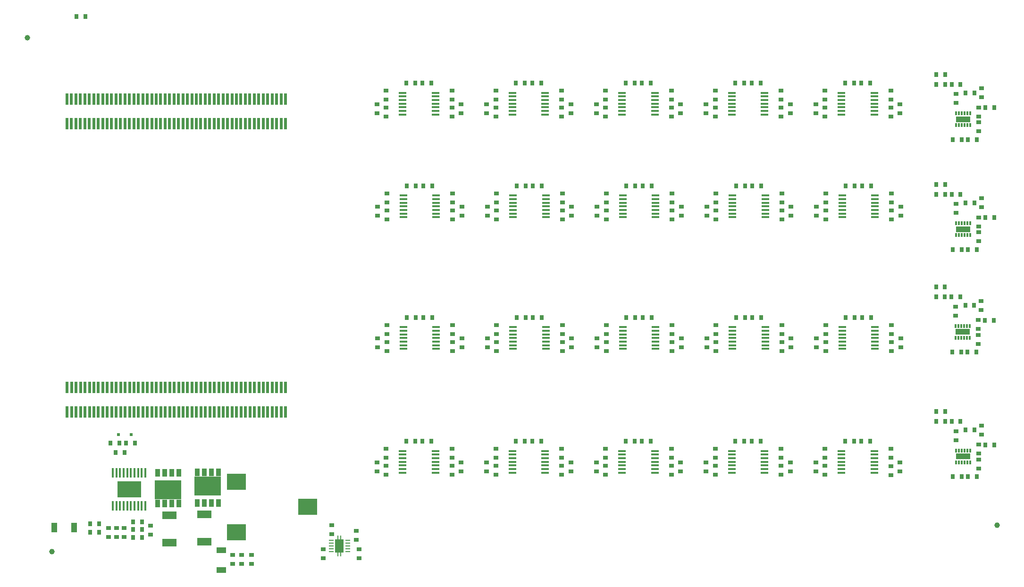
<source format=gtp>
G04*
G04 #@! TF.GenerationSoftware,Altium Limited,Altium Designer,23.3.1 (30)*
G04*
G04 Layer_Color=8421504*
%FSLAX44Y44*%
%MOMM*%
G71*
G04*
G04 #@! TF.SameCoordinates,BD36C32B-B9C7-4E4D-8C4A-4C0C75BD15CB*
G04*
G04*
G04 #@! TF.FilePolarity,Positive*
G04*
G01*
G75*
%ADD17R,0.5001X2.0000*%
%ADD18C,1.0000*%
%ADD19R,0.7874X0.9652*%
%ADD20R,1.1000X1.7000*%
%ADD21R,1.7000X1.1000*%
%ADD22R,3.5000X3.0000*%
%ADD23R,0.8500X0.2800*%
%ADD24R,1.6500X2.4000*%
%ADD25R,0.2200X0.7000*%
%ADD26R,0.9652X0.7874*%
%ADD27R,0.3000X0.6500*%
%ADD28R,2.6600X1.1000*%
%ADD29R,1.4750X0.4500*%
%ADD30R,0.5000X0.6000*%
%ADD31R,0.4200X1.7800*%
%ADD32R,4.2000X3.0000*%
%ADD33R,2.5000X1.4000*%
%ADD34R,4.7000X3.3500*%
%ADD35R,0.8500X1.4500*%
D17*
X460073Y1058619D02*
D03*
Y1102617D02*
D03*
X452072Y1058619D02*
D03*
Y1102617D02*
D03*
X444071Y1058619D02*
D03*
Y1102617D02*
D03*
X436072Y1058619D02*
D03*
X428071D02*
D03*
X420073D02*
D03*
X412072D02*
D03*
X404071D02*
D03*
X396072D02*
D03*
X388071D02*
D03*
X380073D02*
D03*
X436072Y1102617D02*
D03*
X428071D02*
D03*
X420073D02*
D03*
X412072D02*
D03*
X404071D02*
D03*
X396072D02*
D03*
X388071D02*
D03*
X380073D02*
D03*
X772071Y1058619D02*
D03*
X764073D02*
D03*
X756072D02*
D03*
X748073D02*
D03*
X740072D02*
D03*
X732071D02*
D03*
X724073D02*
D03*
X716072D02*
D03*
X708073D02*
D03*
X700072D02*
D03*
X692071D02*
D03*
X684073D02*
D03*
X676072D02*
D03*
X668071D02*
D03*
X660072D02*
D03*
X652071D02*
D03*
X644073D02*
D03*
X636072D02*
D03*
X628071D02*
D03*
X620072D02*
D03*
X612071D02*
D03*
X604073D02*
D03*
X596072D02*
D03*
X588071D02*
D03*
X580073D02*
D03*
X572071D02*
D03*
X564073D02*
D03*
X556072D02*
D03*
X548071D02*
D03*
X540073D02*
D03*
X532072D02*
D03*
X772071Y1102617D02*
D03*
X764073D02*
D03*
X756072D02*
D03*
X748073D02*
D03*
X740072D02*
D03*
X732071D02*
D03*
X724073D02*
D03*
X716072D02*
D03*
X708073D02*
D03*
X700072D02*
D03*
X692071D02*
D03*
X684073D02*
D03*
X676072D02*
D03*
X668071D02*
D03*
X660072D02*
D03*
X652071D02*
D03*
X644073D02*
D03*
X636072D02*
D03*
X628071D02*
D03*
X620072D02*
D03*
X612071D02*
D03*
X604073D02*
D03*
X596072D02*
D03*
X588071D02*
D03*
X580073D02*
D03*
X572071D02*
D03*
X564073D02*
D03*
X556072D02*
D03*
X548071D02*
D03*
X540073D02*
D03*
X532072D02*
D03*
X524073Y1058619D02*
D03*
Y1102617D02*
D03*
X516072Y1058619D02*
D03*
Y1102617D02*
D03*
X508071Y1058619D02*
D03*
Y1102617D02*
D03*
X500073Y1058619D02*
D03*
Y1102617D02*
D03*
X492072Y1058619D02*
D03*
Y1102617D02*
D03*
X484073Y1058619D02*
D03*
Y1102617D02*
D03*
X476072Y1058619D02*
D03*
Y1102617D02*
D03*
X468071Y1058619D02*
D03*
Y1102617D02*
D03*
X652325Y541729D02*
D03*
X644327D02*
D03*
X636326D02*
D03*
X628325D02*
D03*
X620326D02*
D03*
X612325D02*
D03*
X604327D02*
D03*
X596326D02*
D03*
X588325D02*
D03*
X580326D02*
D03*
X572326D02*
D03*
X564327D02*
D03*
X556326D02*
D03*
X548325D02*
D03*
X540327D02*
D03*
X532326D02*
D03*
X772325D02*
D03*
X764327D02*
D03*
X756326D02*
D03*
X748327D02*
D03*
X740326D02*
D03*
X732325D02*
D03*
X724327D02*
D03*
X716326D02*
D03*
X708327D02*
D03*
X700326D02*
D03*
X692325D02*
D03*
X684327D02*
D03*
X676326D02*
D03*
X668325D02*
D03*
X660326D02*
D03*
X772325Y585727D02*
D03*
X764327D02*
D03*
X756326D02*
D03*
X748327D02*
D03*
X740326D02*
D03*
X732325D02*
D03*
X724327D02*
D03*
X716326D02*
D03*
X708327D02*
D03*
X700326D02*
D03*
X692325D02*
D03*
X684327D02*
D03*
X676326D02*
D03*
X668325D02*
D03*
X660326D02*
D03*
X652325D02*
D03*
X644327D02*
D03*
X636326D02*
D03*
X628325D02*
D03*
X620326D02*
D03*
X612325D02*
D03*
X604327D02*
D03*
X596326D02*
D03*
X588325D02*
D03*
X580326D02*
D03*
X572326D02*
D03*
X564327D02*
D03*
X556326D02*
D03*
X548325D02*
D03*
X540327D02*
D03*
X532326D02*
D03*
X524327Y541729D02*
D03*
X516326D02*
D03*
X508325D02*
D03*
X500327D02*
D03*
X492326D02*
D03*
Y585727D02*
D03*
X484327Y541729D02*
D03*
Y585727D02*
D03*
X476326Y541729D02*
D03*
Y585727D02*
D03*
X468325Y541729D02*
D03*
Y585727D02*
D03*
X460327Y541729D02*
D03*
Y585727D02*
D03*
X452326Y541729D02*
D03*
Y585727D02*
D03*
X444325Y541729D02*
D03*
Y585727D02*
D03*
X436326Y541729D02*
D03*
Y585727D02*
D03*
X428325Y541729D02*
D03*
Y585727D02*
D03*
X420327Y541729D02*
D03*
Y585727D02*
D03*
X412326Y541729D02*
D03*
X404325D02*
D03*
X396326D02*
D03*
Y585727D02*
D03*
X388325Y541729D02*
D03*
X380327D02*
D03*
X524327Y585727D02*
D03*
X516326D02*
D03*
X508325D02*
D03*
X500327D02*
D03*
X412326D02*
D03*
X404325D02*
D03*
X388325D02*
D03*
X380327D02*
D03*
D18*
X308610Y1212850D02*
D03*
X353060Y290830D02*
D03*
X2048510Y337820D02*
D03*
D19*
X1412748Y947039D02*
D03*
X1428750D02*
D03*
X1955800Y524129D02*
D03*
X1939798D02*
D03*
X1992249Y916559D02*
D03*
X2008251D02*
D03*
X1996059Y832739D02*
D03*
X2012061D02*
D03*
X1985010D02*
D03*
X1969008D02*
D03*
X2027428Y889889D02*
D03*
X2043430D02*
D03*
X1939798Y931799D02*
D03*
X1955800D02*
D03*
Y949579D02*
D03*
X1939798D02*
D03*
X1983232Y931799D02*
D03*
X1967230D02*
D03*
X2027428Y482219D02*
D03*
X2043430D02*
D03*
X1939798Y541909D02*
D03*
X1955800D02*
D03*
X1996059Y425069D02*
D03*
X2012061D02*
D03*
X1992249Y508889D02*
D03*
X2008251D02*
D03*
X1969008Y425069D02*
D03*
X1985010D02*
D03*
X1983232Y524129D02*
D03*
X1967230D02*
D03*
X397129Y1250950D02*
D03*
X413131D02*
D03*
X1982724Y747649D02*
D03*
X1966722D02*
D03*
X1984502Y648589D02*
D03*
X1968500D02*
D03*
X1399540Y947039D02*
D03*
X1383538D02*
D03*
X1033780Y488569D02*
D03*
X1017778D02*
D03*
X1004570D02*
D03*
X988568D02*
D03*
X1822450Y710819D02*
D03*
X1806448D02*
D03*
X1793240D02*
D03*
X1777238D02*
D03*
X1231900Y947039D02*
D03*
X1215898D02*
D03*
X1202690D02*
D03*
X1186688D02*
D03*
X989838D02*
D03*
X1005840D02*
D03*
X1609598Y710819D02*
D03*
X1625600D02*
D03*
X1580388D02*
D03*
X1596390D02*
D03*
X1214628Y488569D02*
D03*
X1230630D02*
D03*
X1411478D02*
D03*
X1427480D02*
D03*
X1382268D02*
D03*
X1398270D02*
D03*
X1939290Y765429D02*
D03*
X1955292D02*
D03*
Y747649D02*
D03*
X1939290D02*
D03*
X2042922Y705739D02*
D03*
X2026920D02*
D03*
X2011553Y648589D02*
D03*
X1995551D02*
D03*
X2007743Y732409D02*
D03*
X1991741D02*
D03*
X1019048Y710819D02*
D03*
X1035050D02*
D03*
X989838D02*
D03*
X1005840D02*
D03*
X1412748D02*
D03*
X1428750D02*
D03*
X1383538D02*
D03*
X1399540D02*
D03*
X1608328Y488569D02*
D03*
X1624330D02*
D03*
X1579118D02*
D03*
X1595120D02*
D03*
X1186688Y710819D02*
D03*
X1202690D02*
D03*
X1215898D02*
D03*
X1231900D02*
D03*
X1185418Y488569D02*
D03*
X1201420D02*
D03*
X1805178D02*
D03*
X1821180D02*
D03*
X1775968D02*
D03*
X1791970D02*
D03*
X1806448Y947039D02*
D03*
X1822450D02*
D03*
X1777238D02*
D03*
X1793240D02*
D03*
X1609598D02*
D03*
X1625600D02*
D03*
X1580388D02*
D03*
X1596390D02*
D03*
X1019048D02*
D03*
X1035050D02*
D03*
X1805178Y1131189D02*
D03*
X1821180D02*
D03*
X1775968D02*
D03*
X1791970D02*
D03*
X1608328D02*
D03*
X1624330D02*
D03*
X1579118D02*
D03*
X1595120D02*
D03*
X1411478D02*
D03*
X1427480D02*
D03*
X1382268D02*
D03*
X1398270D02*
D03*
X1214628D02*
D03*
X1230630D02*
D03*
X1185418D02*
D03*
X1201420D02*
D03*
X1017778D02*
D03*
X1033780D02*
D03*
X988568D02*
D03*
X1004570D02*
D03*
X2043430Y1087120D02*
D03*
X2027428D02*
D03*
X1955800Y1129030D02*
D03*
X1939798D02*
D03*
Y1146810D02*
D03*
X1955800D02*
D03*
X2012061Y1029970D02*
D03*
X1996059D02*
D03*
X2008251Y1113790D02*
D03*
X1992249D02*
D03*
X1969008Y1029970D02*
D03*
X1985010D02*
D03*
X1967230Y1129030D02*
D03*
X1983232D02*
D03*
X514731Y330200D02*
D03*
X498729D02*
D03*
X514731Y344170D02*
D03*
X498729D02*
D03*
X514731Y316230D02*
D03*
X498729D02*
D03*
X437261Y325120D02*
D03*
X421259D02*
D03*
X437261Y340360D02*
D03*
X421259D02*
D03*
X474091Y485140D02*
D03*
X458089D02*
D03*
X502031D02*
D03*
X486029D02*
D03*
X482981Y468630D02*
D03*
X466979D02*
D03*
D20*
X356870Y334010D02*
D03*
X392430D02*
D03*
D21*
X656590Y257810D02*
D03*
Y293370D02*
D03*
D22*
X683780Y325840D02*
D03*
Y415840D02*
D03*
X812280Y370840D02*
D03*
D23*
X853930Y310990D02*
D03*
Y305990D02*
D03*
Y300990D02*
D03*
Y295990D02*
D03*
Y290990D02*
D03*
X883430D02*
D03*
Y295990D02*
D03*
Y300990D02*
D03*
Y305990D02*
D03*
Y310990D02*
D03*
D24*
X868680Y300990D02*
D03*
D25*
X866180Y285490D02*
D03*
X871180D02*
D03*
Y316490D02*
D03*
X866180D02*
D03*
D26*
X839470Y295021D02*
D03*
Y279019D02*
D03*
X904240Y295021D02*
D03*
Y279019D02*
D03*
X854710Y322199D02*
D03*
Y338201D02*
D03*
X899160Y312039D02*
D03*
Y328041D02*
D03*
X935990Y1093470D02*
D03*
Y1077468D02*
D03*
X1974850Y1111631D02*
D03*
Y1095629D02*
D03*
X2020570Y1121791D02*
D03*
Y1105789D02*
D03*
X2020062Y740410D02*
D03*
Y724408D02*
D03*
X1974342Y730250D02*
D03*
Y714248D02*
D03*
X2020570Y924560D02*
D03*
Y908558D02*
D03*
X1974850Y914400D02*
D03*
Y898398D02*
D03*
X2015490Y863600D02*
D03*
Y847598D02*
D03*
Y874268D02*
D03*
Y890270D02*
D03*
X2020570Y516890D02*
D03*
Y500888D02*
D03*
X1974850Y506730D02*
D03*
Y490728D02*
D03*
X2015490Y466598D02*
D03*
Y482600D02*
D03*
Y455930D02*
D03*
Y439928D02*
D03*
X1739900Y444500D02*
D03*
Y428498D02*
D03*
X711200Y268859D02*
D03*
Y284861D02*
D03*
X1465580Y886968D02*
D03*
Y902970D02*
D03*
X1347470D02*
D03*
Y886968D02*
D03*
X1465580Y933450D02*
D03*
Y917448D02*
D03*
X1347470D02*
D03*
Y933450D02*
D03*
X1330960Y909320D02*
D03*
Y893318D02*
D03*
X1482090D02*
D03*
Y909320D02*
D03*
X1087120Y434848D02*
D03*
Y450850D02*
D03*
X1070610Y428498D02*
D03*
Y444500D02*
D03*
X952500D02*
D03*
Y428498D02*
D03*
X1070610Y474980D02*
D03*
Y458978D02*
D03*
X952500D02*
D03*
Y474980D02*
D03*
X935990Y450850D02*
D03*
Y434848D02*
D03*
X1859280Y650748D02*
D03*
Y666750D02*
D03*
X1741170D02*
D03*
Y650748D02*
D03*
X1859280Y697230D02*
D03*
Y681228D02*
D03*
X1741170D02*
D03*
Y697230D02*
D03*
X1724660Y673100D02*
D03*
Y657098D02*
D03*
X1875790D02*
D03*
Y673100D02*
D03*
X1268730Y886968D02*
D03*
Y902970D02*
D03*
X1150620D02*
D03*
Y886968D02*
D03*
X1268730Y933450D02*
D03*
Y917448D02*
D03*
X1150620D02*
D03*
Y933450D02*
D03*
X1134110Y909320D02*
D03*
Y893318D02*
D03*
X1285240D02*
D03*
Y909320D02*
D03*
X1662430Y681228D02*
D03*
Y697230D02*
D03*
X1678940Y673100D02*
D03*
Y657098D02*
D03*
X1662430Y666750D02*
D03*
Y650748D02*
D03*
X1346200Y474980D02*
D03*
Y458978D02*
D03*
X1464310D02*
D03*
Y474980D02*
D03*
X2014982Y706120D02*
D03*
Y690118D02*
D03*
X1071880Y666750D02*
D03*
Y650748D02*
D03*
X1088390Y673100D02*
D03*
Y657098D02*
D03*
X2014982Y663448D02*
D03*
Y679450D02*
D03*
X953770Y697230D02*
D03*
Y681228D02*
D03*
X1071880D02*
D03*
Y697230D02*
D03*
X953770Y650748D02*
D03*
Y666750D02*
D03*
X937260Y657098D02*
D03*
Y673100D02*
D03*
X1482090D02*
D03*
Y657098D02*
D03*
X1465580Y666750D02*
D03*
Y650748D02*
D03*
Y681228D02*
D03*
Y697230D02*
D03*
X1347470D02*
D03*
Y681228D02*
D03*
X1330960Y657098D02*
D03*
Y673100D02*
D03*
X1347470Y650748D02*
D03*
Y666750D02*
D03*
X1661160Y444500D02*
D03*
Y428498D02*
D03*
Y458978D02*
D03*
Y474980D02*
D03*
X1677670Y450850D02*
D03*
Y434848D02*
D03*
X1134110Y657098D02*
D03*
Y673100D02*
D03*
X1150620Y697230D02*
D03*
Y681228D02*
D03*
X1268730D02*
D03*
Y697230D02*
D03*
X1150620Y650748D02*
D03*
Y666750D02*
D03*
X1285240Y673100D02*
D03*
Y657098D02*
D03*
X1268730Y666750D02*
D03*
Y650748D02*
D03*
X1267460Y444500D02*
D03*
Y428498D02*
D03*
X1149350Y474980D02*
D03*
Y458978D02*
D03*
X1132840Y434848D02*
D03*
Y450850D02*
D03*
X1283970D02*
D03*
Y434848D02*
D03*
X1149350Y428498D02*
D03*
Y444500D02*
D03*
X1267460Y458978D02*
D03*
Y474980D02*
D03*
X1464310Y444500D02*
D03*
Y428498D02*
D03*
X1480820Y450850D02*
D03*
Y434848D02*
D03*
X1346200Y428498D02*
D03*
Y444500D02*
D03*
X1329690Y434848D02*
D03*
Y450850D02*
D03*
X1544320Y650748D02*
D03*
Y666750D02*
D03*
Y697230D02*
D03*
Y681228D02*
D03*
X1527810Y657098D02*
D03*
Y673100D02*
D03*
X1739900Y475361D02*
D03*
Y459359D02*
D03*
X1723390Y434848D02*
D03*
Y450850D02*
D03*
X1874520D02*
D03*
Y434848D02*
D03*
X1858010Y459359D02*
D03*
Y475361D02*
D03*
Y443611D02*
D03*
Y427609D02*
D03*
X1526540Y434848D02*
D03*
Y450850D02*
D03*
X1543050Y428498D02*
D03*
Y444500D02*
D03*
Y474980D02*
D03*
Y458978D02*
D03*
X1859280Y902970D02*
D03*
Y886968D02*
D03*
X1741170D02*
D03*
Y902970D02*
D03*
X1859280Y917448D02*
D03*
Y933450D02*
D03*
X1741170D02*
D03*
Y917448D02*
D03*
X1724660Y893318D02*
D03*
Y909320D02*
D03*
X1875790D02*
D03*
Y893318D02*
D03*
X1662430Y902970D02*
D03*
Y886968D02*
D03*
X1544320D02*
D03*
Y902970D02*
D03*
X1662430Y917448D02*
D03*
Y933450D02*
D03*
X1544320D02*
D03*
Y917448D02*
D03*
X1527810Y893318D02*
D03*
Y909320D02*
D03*
X1678940D02*
D03*
Y893318D02*
D03*
X1071880Y902970D02*
D03*
Y886968D02*
D03*
X953770D02*
D03*
Y902970D02*
D03*
X1071880Y917448D02*
D03*
Y933450D02*
D03*
X953770D02*
D03*
Y917448D02*
D03*
X937260Y893318D02*
D03*
Y909320D02*
D03*
X1088390D02*
D03*
Y893318D02*
D03*
X1858010Y1087120D02*
D03*
Y1071118D02*
D03*
X1739900D02*
D03*
Y1087120D02*
D03*
X1858010Y1101598D02*
D03*
Y1117600D02*
D03*
X1739900D02*
D03*
Y1101598D02*
D03*
X1723390Y1077468D02*
D03*
Y1093470D02*
D03*
X1874520D02*
D03*
Y1077468D02*
D03*
X1661160Y1087120D02*
D03*
Y1071118D02*
D03*
X1543050D02*
D03*
Y1087120D02*
D03*
X1661160Y1101598D02*
D03*
Y1117600D02*
D03*
X1543050D02*
D03*
Y1101598D02*
D03*
X1526540Y1077468D02*
D03*
Y1093470D02*
D03*
X1677670D02*
D03*
Y1077468D02*
D03*
X1464310Y1087120D02*
D03*
Y1071118D02*
D03*
X1346200D02*
D03*
Y1087120D02*
D03*
X1464310Y1101598D02*
D03*
Y1117600D02*
D03*
X1346200D02*
D03*
Y1101598D02*
D03*
X1329690Y1077468D02*
D03*
Y1093470D02*
D03*
X1480820D02*
D03*
Y1077468D02*
D03*
X1267460Y1087120D02*
D03*
Y1071118D02*
D03*
X1149350D02*
D03*
Y1087120D02*
D03*
X1267460Y1101598D02*
D03*
Y1117600D02*
D03*
X1149350D02*
D03*
Y1101598D02*
D03*
X1132840Y1077468D02*
D03*
Y1093470D02*
D03*
X1283970D02*
D03*
Y1077468D02*
D03*
X1070610Y1087120D02*
D03*
Y1071118D02*
D03*
X952500D02*
D03*
Y1087120D02*
D03*
X1070610Y1101598D02*
D03*
Y1117600D02*
D03*
X952500D02*
D03*
Y1101598D02*
D03*
X1087120Y1093470D02*
D03*
Y1077468D02*
D03*
X2015490Y1087501D02*
D03*
Y1071499D02*
D03*
Y1044829D02*
D03*
Y1060831D02*
D03*
X468630Y333121D02*
D03*
Y317119D02*
D03*
X529590Y336931D02*
D03*
Y320929D02*
D03*
X482600Y333121D02*
D03*
Y317119D02*
D03*
X454660Y333121D02*
D03*
Y317119D02*
D03*
X693420Y284861D02*
D03*
Y268859D02*
D03*
X676910Y284861D02*
D03*
Y268859D02*
D03*
D27*
X1975231Y858729D02*
D03*
X1980231D02*
D03*
X1985231D02*
D03*
X1990231D02*
D03*
X1995231D02*
D03*
X2000231D02*
D03*
Y879729D02*
D03*
X1995231D02*
D03*
X1990231D02*
D03*
X1985231D02*
D03*
X1980231D02*
D03*
X1975231D02*
D03*
Y451059D02*
D03*
X1980231D02*
D03*
X1985231D02*
D03*
X1990231D02*
D03*
X1995231D02*
D03*
X2000231D02*
D03*
Y472059D02*
D03*
X1995231D02*
D03*
X1990231D02*
D03*
X1985231D02*
D03*
X1980231D02*
D03*
X1975231D02*
D03*
Y1076960D02*
D03*
X1980231D02*
D03*
X1985231D02*
D03*
X1990231D02*
D03*
X1995231D02*
D03*
X2000231D02*
D03*
Y1055960D02*
D03*
X1995231D02*
D03*
X1990231D02*
D03*
X1985231D02*
D03*
X1980231D02*
D03*
X1975231D02*
D03*
X1974723Y695579D02*
D03*
X1979723D02*
D03*
X1984723D02*
D03*
X1989723D02*
D03*
X1994723D02*
D03*
X1999723D02*
D03*
Y674579D02*
D03*
X1994723D02*
D03*
X1989723D02*
D03*
X1984723D02*
D03*
X1979723D02*
D03*
X1974723D02*
D03*
D28*
X1987731Y869229D02*
D03*
Y461559D02*
D03*
Y1066460D02*
D03*
X1987223Y685079D02*
D03*
D29*
X1436159Y929709D02*
D03*
Y923209D02*
D03*
Y916709D02*
D03*
Y910209D02*
D03*
Y903709D02*
D03*
Y897209D02*
D03*
Y890709D02*
D03*
X1377399D02*
D03*
Y897209D02*
D03*
Y903709D02*
D03*
Y910209D02*
D03*
Y916709D02*
D03*
Y923209D02*
D03*
Y929709D02*
D03*
X1041189Y471239D02*
D03*
Y464739D02*
D03*
Y458239D02*
D03*
Y451739D02*
D03*
Y445239D02*
D03*
Y438739D02*
D03*
Y432239D02*
D03*
X982429D02*
D03*
Y438739D02*
D03*
Y445239D02*
D03*
Y451739D02*
D03*
Y458239D02*
D03*
Y464739D02*
D03*
Y471239D02*
D03*
X1829859Y693489D02*
D03*
Y686989D02*
D03*
Y680489D02*
D03*
Y673989D02*
D03*
Y667489D02*
D03*
Y660989D02*
D03*
Y654489D02*
D03*
X1771099D02*
D03*
Y660989D02*
D03*
Y667489D02*
D03*
Y673989D02*
D03*
Y680489D02*
D03*
Y686989D02*
D03*
Y693489D02*
D03*
X1239309Y929709D02*
D03*
Y923209D02*
D03*
Y916709D02*
D03*
Y910209D02*
D03*
Y903709D02*
D03*
Y897209D02*
D03*
Y890709D02*
D03*
X1180549D02*
D03*
Y897209D02*
D03*
Y903709D02*
D03*
Y910209D02*
D03*
Y916709D02*
D03*
Y923209D02*
D03*
Y929709D02*
D03*
X1574249Y693489D02*
D03*
Y686989D02*
D03*
Y680489D02*
D03*
Y673989D02*
D03*
Y667489D02*
D03*
Y660989D02*
D03*
Y654489D02*
D03*
X1633009D02*
D03*
Y660989D02*
D03*
Y667489D02*
D03*
Y673989D02*
D03*
Y680489D02*
D03*
Y686989D02*
D03*
Y693489D02*
D03*
X983699D02*
D03*
Y686989D02*
D03*
Y680489D02*
D03*
Y673989D02*
D03*
Y667489D02*
D03*
Y660989D02*
D03*
Y654489D02*
D03*
X1042459D02*
D03*
Y660989D02*
D03*
Y667489D02*
D03*
Y673989D02*
D03*
Y680489D02*
D03*
Y686989D02*
D03*
Y693489D02*
D03*
X1377399D02*
D03*
Y686989D02*
D03*
Y680489D02*
D03*
Y673989D02*
D03*
Y667489D02*
D03*
Y660989D02*
D03*
Y654489D02*
D03*
X1436159D02*
D03*
Y660989D02*
D03*
Y667489D02*
D03*
Y673989D02*
D03*
Y680489D02*
D03*
Y686989D02*
D03*
Y693489D02*
D03*
X1572979Y471239D02*
D03*
Y464739D02*
D03*
Y458239D02*
D03*
Y451739D02*
D03*
Y445239D02*
D03*
Y438739D02*
D03*
Y432239D02*
D03*
X1631739D02*
D03*
Y438739D02*
D03*
Y445239D02*
D03*
Y451739D02*
D03*
Y458239D02*
D03*
Y464739D02*
D03*
Y471239D02*
D03*
X1180549Y693489D02*
D03*
Y686989D02*
D03*
Y680489D02*
D03*
Y673989D02*
D03*
Y667489D02*
D03*
Y660989D02*
D03*
Y654489D02*
D03*
X1239309D02*
D03*
Y660989D02*
D03*
Y667489D02*
D03*
Y673989D02*
D03*
Y680489D02*
D03*
Y686989D02*
D03*
Y693489D02*
D03*
X1179279Y471239D02*
D03*
Y464739D02*
D03*
Y458239D02*
D03*
Y451739D02*
D03*
Y445239D02*
D03*
Y438739D02*
D03*
Y432239D02*
D03*
X1238039D02*
D03*
Y438739D02*
D03*
Y445239D02*
D03*
Y451739D02*
D03*
Y458239D02*
D03*
Y464739D02*
D03*
Y471239D02*
D03*
X1376129D02*
D03*
Y464739D02*
D03*
Y458239D02*
D03*
Y451739D02*
D03*
Y445239D02*
D03*
Y438739D02*
D03*
Y432239D02*
D03*
X1434889D02*
D03*
Y438739D02*
D03*
Y445239D02*
D03*
Y451739D02*
D03*
Y458239D02*
D03*
Y464739D02*
D03*
Y471239D02*
D03*
X1769829D02*
D03*
Y464739D02*
D03*
Y458239D02*
D03*
Y451739D02*
D03*
Y445239D02*
D03*
Y438739D02*
D03*
Y432239D02*
D03*
X1828589D02*
D03*
Y438739D02*
D03*
Y445239D02*
D03*
Y451739D02*
D03*
Y458239D02*
D03*
Y464739D02*
D03*
Y471239D02*
D03*
X1771099Y929709D02*
D03*
Y923209D02*
D03*
Y916709D02*
D03*
Y910209D02*
D03*
Y903709D02*
D03*
Y897209D02*
D03*
Y890709D02*
D03*
X1829859D02*
D03*
Y897209D02*
D03*
Y903709D02*
D03*
Y910209D02*
D03*
Y916709D02*
D03*
Y923209D02*
D03*
Y929709D02*
D03*
X1574249D02*
D03*
Y923209D02*
D03*
Y916709D02*
D03*
Y910209D02*
D03*
Y903709D02*
D03*
Y897209D02*
D03*
Y890709D02*
D03*
X1633009D02*
D03*
Y897209D02*
D03*
Y903709D02*
D03*
Y910209D02*
D03*
Y916709D02*
D03*
Y923209D02*
D03*
Y929709D02*
D03*
X983699D02*
D03*
Y923209D02*
D03*
Y916709D02*
D03*
Y910209D02*
D03*
Y903709D02*
D03*
Y897209D02*
D03*
Y890709D02*
D03*
X1042459D02*
D03*
Y897209D02*
D03*
Y903709D02*
D03*
Y910209D02*
D03*
Y916709D02*
D03*
Y923209D02*
D03*
Y929709D02*
D03*
X1769829Y1113859D02*
D03*
Y1107359D02*
D03*
Y1100859D02*
D03*
Y1094359D02*
D03*
Y1087859D02*
D03*
Y1081359D02*
D03*
Y1074859D02*
D03*
X1828589D02*
D03*
Y1081359D02*
D03*
Y1087859D02*
D03*
Y1094359D02*
D03*
Y1100859D02*
D03*
Y1107359D02*
D03*
Y1113859D02*
D03*
X1572979D02*
D03*
Y1107359D02*
D03*
Y1100859D02*
D03*
Y1094359D02*
D03*
Y1087859D02*
D03*
Y1081359D02*
D03*
Y1074859D02*
D03*
X1631739D02*
D03*
Y1081359D02*
D03*
Y1087859D02*
D03*
Y1094359D02*
D03*
Y1100859D02*
D03*
Y1107359D02*
D03*
Y1113859D02*
D03*
X1376129D02*
D03*
Y1107359D02*
D03*
Y1100859D02*
D03*
Y1094359D02*
D03*
Y1087859D02*
D03*
Y1081359D02*
D03*
Y1074859D02*
D03*
X1434889D02*
D03*
Y1081359D02*
D03*
Y1087859D02*
D03*
Y1094359D02*
D03*
Y1100859D02*
D03*
Y1107359D02*
D03*
Y1113859D02*
D03*
X1179279D02*
D03*
Y1107359D02*
D03*
Y1100859D02*
D03*
Y1094359D02*
D03*
Y1087859D02*
D03*
Y1081359D02*
D03*
Y1074859D02*
D03*
X1238039D02*
D03*
Y1081359D02*
D03*
Y1087859D02*
D03*
Y1094359D02*
D03*
Y1100859D02*
D03*
Y1107359D02*
D03*
Y1113859D02*
D03*
X982429D02*
D03*
Y1107359D02*
D03*
Y1100859D02*
D03*
Y1094359D02*
D03*
Y1087859D02*
D03*
Y1081359D02*
D03*
Y1074859D02*
D03*
X1041189D02*
D03*
Y1081359D02*
D03*
Y1087859D02*
D03*
Y1094359D02*
D03*
Y1100859D02*
D03*
Y1107359D02*
D03*
Y1113859D02*
D03*
D30*
X472370Y500380D02*
D03*
X495370D02*
D03*
D31*
X462239Y432290D02*
D03*
X468739D02*
D03*
X475239D02*
D03*
X481739D02*
D03*
X488239D02*
D03*
X494739D02*
D03*
X501240D02*
D03*
X507740D02*
D03*
X514240D02*
D03*
X520740Y372890D02*
D03*
Y432290D02*
D03*
X514240Y372890D02*
D03*
X507740D02*
D03*
X501240D02*
D03*
X494740D02*
D03*
X488240D02*
D03*
X481740D02*
D03*
X475240D02*
D03*
X468740D02*
D03*
X462240D02*
D03*
D32*
X491490Y402590D02*
D03*
D33*
X626110Y357240D02*
D03*
Y308240D02*
D03*
X563880Y355970D02*
D03*
Y306970D02*
D03*
D34*
X632460Y408630D02*
D03*
X561340Y401320D02*
D03*
D35*
X613410Y432630D02*
D03*
X626110D02*
D03*
X638810D02*
D03*
X651510D02*
D03*
Y377630D02*
D03*
X638810D02*
D03*
X626110D02*
D03*
X613410D02*
D03*
X580390Y377320D02*
D03*
X567690D02*
D03*
X554990D02*
D03*
X542290D02*
D03*
Y432320D02*
D03*
X554990D02*
D03*
X567690D02*
D03*
X580390D02*
D03*
M02*

</source>
